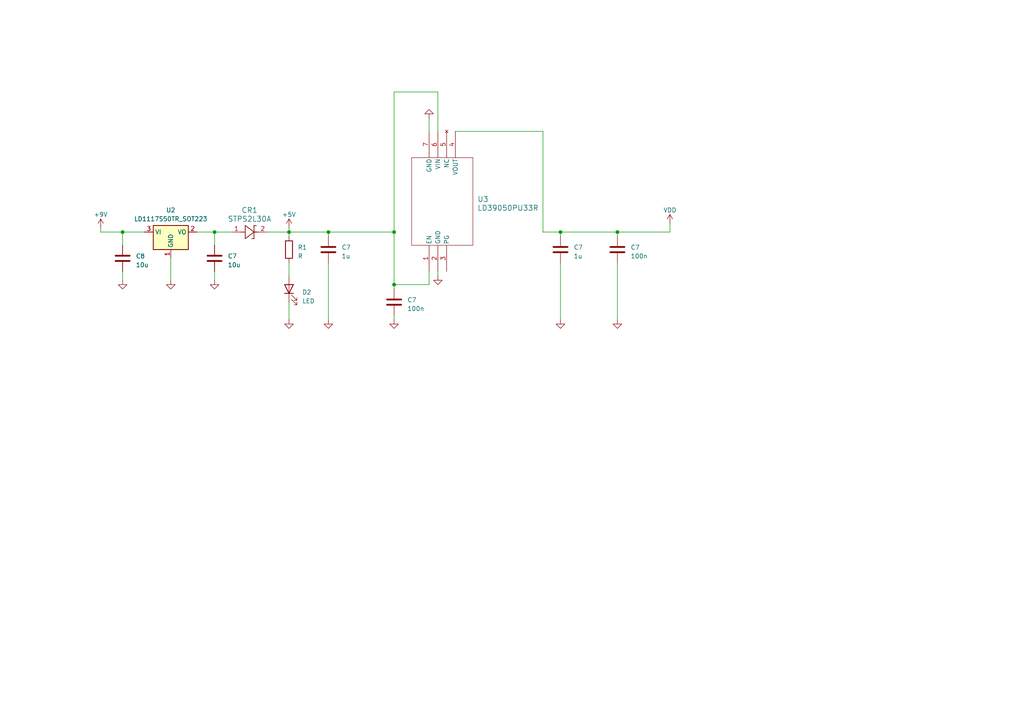
<source format=kicad_sch>
(kicad_sch (version 20230121) (generator eeschema)
  (paper "A4")
  (title_block (title "Power Electronics") (rev "0.0"))
  (lib_symbols
    (symbol "Avionics_Components:LD39050PU33R" (pin_names (offset 0.254))
      (property "Reference" "U" (at 20.32 10.16 0))
      (property "Value" "LD39050PU33R" (at 20.32 7.62 0))
      (symbol "LD39050PU33R_0_1"
        (polyline (pts (xy 7.62 -12.7) (xy 33.02 -12.7)) (stroke (width 0.127)))
        (polyline (pts (xy 7.62 5.08) (xy 7.62 -12.7)) (stroke (width 0.127)))
        (polyline (pts (xy 33.02 -12.7) (xy 33.02 5.08)) (stroke (width 0.127)))
        (polyline (pts (xy 33.02 5.08) (xy 7.62 5.08)) (stroke (width 0.127)))
        (pin input line (at 0 0 0) (length 7.62) (name "EN") (number "1"))
        (pin power_in line (at 0 -2.54 0) (length 7.62) (name "GND") (number "2"))
        (pin power_in line (at 0 -5.08 0) (length 7.62) (name "PG") (number "3"))
        (pin output line (at 40.64 -7.62 180) (length 7.62) (name "VOUT") (number "4"))
        (pin no_connect line (at 40.64 -5.08 180) (length 7.62) (name "NC") (number "5"))
        (pin input line (at 40.64 -2.54 180) (length 7.62) (name "VIN") (number "6"))
        (pin power_in line (at 40.64 0 180) (length 7.62) (name "GND") (number "7"))
      )
    )
    (symbol "Avionics_Components:STPS2L30A" (pin_names (offset 0.254))
      (property "Reference" "CR" (at 5.08 4.445 0))
      (property "Value" "STPS2L30A" (at 5.08 -3.81 0))
      (symbol "STPS2L30A_0_1"
        (polyline (pts (xy 2.54 0) (xy 3.4798 0)) (stroke (width 0.2032)))
        (polyline (pts (xy 3.175 0) (xy 3.81 0)) (stroke (width 0.2032)))
        (polyline (pts (xy 3.7973 -1.905) (xy 3.1623 -1.905)) (stroke (width 0.2032)))
        (polyline (pts (xy 3.7973 0) (xy 6.3373 -1.905)) (stroke (width 0.2032)))
        (polyline (pts (xy 3.7973 1.905) (xy 3.7973 -1.905)) (stroke (width 0.2032)))
        (polyline (pts (xy 3.7973 1.905) (xy 4.4323 1.905)) (stroke (width 0.2032)))
        (polyline (pts (xy 6.3373 -1.905) (xy 6.3373 1.905)) (stroke (width 0.2032)))
        (polyline (pts (xy 6.3373 1.905) (xy 3.7973 0)) (stroke (width 0.2032)))
        (polyline (pts (xy 6.35 0) (xy 7.62 0)) (stroke (width 0.2032)))
        (pin unspecified line (at 10.16 0 180) (length 2.54) (name "") (number "1"))
        (pin unspecified line (at 0 0 0) (length 2.54) (name "") (number "2"))
      )
    )
    (symbol "Device:C" (pin_numbers hide) (pin_names (offset 0.254))
      (property "Reference" "C" (at 0.635 2.54 0))
      (property "Value" "C" (at 0.635 -2.54 0))
      (symbol "C_0_1"
        (polyline (pts (xy -2.032 -0.762) (xy 2.032 -0.762)) (stroke (width 0.508)))
        (polyline (pts (xy -2.032 0.762) (xy 2.032 0.762)) (stroke (width 0.508)))
      )
      (symbol "C_1_1"
        (pin passive line (at 0 3.81 270) (length 2.794) (name "~") (number "1"))
        (pin passive line (at 0 -3.81 90) (length 2.794) (name "~") (number "2"))
      )
    )
    (symbol "Device:LED" (pin_numbers hide) (pin_names (offset 1.016) hide)
      (property "Reference" "D" (at 0 2.54 0))
      (property "Value" "LED" (at 0 -2.54 0))
      (symbol "LED_0_1"
        (polyline (pts (xy -1.27 -1.27) (xy -1.27 1.27)) (stroke (width 0.254)))
        (polyline (pts (xy -1.27 0) (xy 1.27 0)))
        (polyline (pts (xy 1.27 -1.27) (xy 1.27 1.27) (xy -1.27 0) (xy 1.27 -1.27)) (stroke (width 0.254)))
        (polyline (pts (xy -3.048 -0.762) (xy -4.572 -2.286) (xy -3.81 -2.286) (xy -4.572 -2.286) (xy -4.572 -1.524)))
        (polyline (pts (xy -1.778 -0.762) (xy -3.302 -2.286) (xy -2.54 -2.286) (xy -3.302 -2.286) (xy -3.302 -1.524)))
      )
      (symbol "LED_1_1"
        (pin passive line (at -3.81 0 0) (length 2.54) (name "K") (number "1"))
        (pin passive line (at 3.81 0 180) (length 2.54) (name "A") (number "2"))
      )
    )
    (symbol "Device:R" (pin_numbers hide) (pin_names (offset 0))
      (property "Reference" "R" (at 2.032 0 90))
      (property "Value" "R" (at 0 0 90))
      (symbol "R_0_1"
        (rectangle (start -1.016 -2.54) (end 1.016 2.54) (stroke (width 0.254)))
      )
      (symbol "R_1_1"
        (pin passive line (at 0 3.81 270) (length 1.27) (name "~") (number "1"))
        (pin passive line (at 0 -3.81 90) (length 1.27) (name "~") (number "2"))
      )
    )
    (symbol "Regulator_Linear:LD1117S50TR_SOT223"
      (property "Reference" "U" (at -3.81 3.175 0))
      (property "Value" "LD1117S50TR_SOT223" (at 0 3.175 0))
      (symbol "LD1117S50TR_SOT223_0_1"
        (rectangle (start -5.08 -5.08) (end 5.08 1.905) (stroke (width 0.254)) (fill (type background)))
      )
      (symbol "LD1117S50TR_SOT223_1_1"
        (pin power_in line (at 0 -7.62 90) (length 2.54) (name "GND") (number "1"))
        (pin power_out line (at 7.62 0 180) (length 2.54) (name "VO") (number "2"))
        (pin power_in line (at -7.62 0 0) (length 2.54) (name "VI") (number "3"))
      )
    )
    (symbol "power:+5V" (power) (pin_names (offset 0))
      (property "Value" "+5V" (at 0 3.556 0))
      (symbol "+5V_0_1"
        (polyline (pts (xy -0.762 1.27) (xy 0 2.54)))
        (polyline (pts (xy 0 0) (xy 0 2.54)))
        (polyline (pts (xy 0 2.54) (xy 0.762 1.27)))
      )
      (symbol "+5V_1_1"
        (pin power_in line (at 0 0 90) (length 0) hide (name "+5V") (number "1"))
      )
    )
    (symbol "power:+9V" (power) (pin_names (offset 0))
      (property "Value" "+9V" (at 0 3.556 0))
      (symbol "+9V_0_1"
        (polyline (pts (xy -0.762 1.27) (xy 0 2.54)))
        (polyline (pts (xy 0 0) (xy 0 2.54)))
        (polyline (pts (xy 0 2.54) (xy 0.762 1.27)))
      )
      (symbol "+9V_1_1"
        (pin power_in line (at 0 0 90) (length 0) hide (name "+9V") (number "1"))
      )
    )
    (symbol "power:GND" (power) (pin_names (offset 0))
      (property "Value" "GND" (at 0 -3.81 0))
      (symbol "GND_0_1"
        (polyline (pts (xy 0 0) (xy 0 -1.27) (xy 1.27 -1.27) (xy 0 -2.54) (xy -1.27 -1.27) (xy 0 -1.27)))
      )
      (symbol "GND_1_1"
        (pin power_in line (at 0 0 270) (length 0) hide (name "GND") (number "1"))
      )
    )
    (symbol "power:VDD" (power) (pin_names (offset 0))
      (property "Value" "VDD" (at 0 3.81 0))
      (symbol "VDD_0_1"
        (polyline (pts (xy -0.762 1.27) (xy 0 2.54)))
        (polyline (pts (xy 0 0) (xy 0 2.54)))
        (polyline (pts (xy 0 2.54) (xy 0.762 1.27)))
      )
      (symbol "VDD_1_1"
        (pin power_in line (at 0 0 90) (length 0) hide (name "VDD") (number "1"))
      )
    )
  )
  (junction (at 114.3 67.31))
  (junction (at 114.3 82.55))
  (junction (at 95.25 67.31))
  (junction (at 62.23 67.31))
  (junction (at 83.82 67.31))
  (junction (at 162.56 67.31))
  (junction (at 179.07 67.31))
  (junction (at 35.56 67.31))
  (wire (pts (xy 127 80.01) (xy 127 78.74)))
  (wire (pts (xy 62.23 78.74) (xy 62.23 81.28)))
  (wire (pts (xy 35.56 71.12) (xy 35.56 67.31)))
  (wire (pts (xy 83.82 76.2) (xy 83.82 80.01)))
  (wire (pts (xy 35.56 67.31) (xy 41.91 67.31)))
  (wire (pts (xy 114.3 91.44) (xy 114.3 92.71)))
  (wire (pts (xy 157.48 67.31) (xy 162.56 67.31)))
  (wire (pts (xy 179.07 67.31) (xy 162.56 67.31)))
  (wire (pts (xy 124.46 82.55) (xy 124.46 78.74)))
  (wire (pts (xy 57.15 67.31) (xy 62.23 67.31)))
  (wire (pts (xy 62.23 67.31) (xy 67.31 67.31)))
  (wire (pts (xy 179.07 68.58) (xy 179.07 67.31)))
  (wire (pts (xy 124.46 34.29) (xy 124.46 38.1)))
  (wire (pts (xy 114.3 26.67) (xy 114.3 67.31)))
  (wire (pts (xy 132.08 38.1) (xy 157.48 38.1)))
  (wire (pts (xy 95.25 68.58) (xy 95.25 67.31)))
  (wire (pts (xy 194.31 64.77) (xy 194.31 67.31)))
  (wire (pts (xy 95.25 67.31) (xy 114.3 67.31)))
  (wire (pts (xy 95.25 67.31) (xy 83.82 67.31)))
  (wire (pts (xy 77.47 67.31) (xy 83.82 67.31)))
  (wire (pts (xy 49.53 74.93) (xy 49.53 81.28)))
  (wire (pts (xy 194.31 67.31) (xy 179.07 67.31)))
  (wire (pts (xy 127 38.1) (xy 127 26.67)))
  (wire (pts (xy 29.21 67.31) (xy 29.21 66.04)))
  (wire (pts (xy 83.82 68.58) (xy 83.82 67.31)))
  (wire (pts (xy 35.56 67.31) (xy 29.21 67.31)))
  (wire (pts (xy 162.56 67.31) (xy 162.56 68.58)))
  (wire (pts (xy 114.3 67.31) (xy 114.3 82.55)))
  (wire (pts (xy 179.07 76.2) (xy 179.07 92.71)))
  (wire (pts (xy 114.3 82.55) (xy 114.3 83.82)))
  (wire (pts (xy 62.23 67.31) (xy 62.23 71.12)))
  (wire (pts (xy 114.3 82.55) (xy 124.46 82.55)))
  (wire (pts (xy 35.56 78.74) (xy 35.56 81.28)))
  (wire (pts (xy 83.82 66.04) (xy 83.82 67.31)))
  (wire (pts (xy 83.82 87.63) (xy 83.82 92.71)))
  (wire (pts (xy 127 26.67) (xy 114.3 26.67)))
  (wire (pts (xy 162.56 76.2) (xy 162.56 92.71)))
  (wire (pts (xy 157.48 38.1) (xy 157.48 67.31)))
  (wire (pts (xy 95.25 76.2) (xy 95.25 92.71)))
  (symbol (lib_id "Device:C") (at 162.56 72.39 0) (unit 1)
    (property "Reference" "C7" (at 166.37 71.755 0) (effects (justify left)))
    (property "Value" "1u" (at 166.37 74.295 0) (effects (justify left)))
    (instances (project "Custom_Board_F303_Rev0.0" (path "" (reference "C7") (unit 1)) (path "" (reference "C11") (unit 1))))
  )
  (symbol (lib_id "Avionics_Components:STPS2L30A") (at 77.47 67.31 180) (unit 1)
    (property "Reference" "CR1" (at 72.39 60.96 0) (effects (font (size 1.524 1.524))))
    (property "Value" "STPS2L30A" (at 72.39 63.5 0) (effects (font (size 1.524 1.524))))
    (property "Footprint" "SMA_STM" (effects hide))
    (property "Datasheet" "STPS2L30A" (effects hide))
  )
  (symbol (lib_id "Device:C") (at 35.56 74.93 0) (unit 1)
    (property "Reference" "C8" (at 39.37 74.295 0) (effects (justify left)))
    (property "Value" "10u" (at 39.37 76.835 0) (effects (justify left)))
    (instances (project "Custom_Board_F303_Rev0.0" (path "" (reference "C8") (unit 1)) (path "" (reference "C7") (unit 1))))
  )
  (symbol (lib_id "power:GND") (at 49.53 81.28 0) (unit 1)
    (property "Reference" "#PWR015" (effects hide))
    (property "Value" "GND" (effects hide))
  )
  (symbol (lib_id "power:VDD") (at 194.31 64.77 0) (unit 1)
    (property "Reference" "#PWR01" (effects hide))
    (property "Value" "VDD" (at 194.31 60.96 0))
    (instances (project "Custom_Board_F303_Rev0.0" (path "" (reference "#PWR01") (unit 1)) (path "" (reference "#PWR025") (unit 1))))
  )
  (symbol (lib_id "Device:LED") (at 83.82 83.82 90) (unit 1)
    (property "Reference" "D2" (at 87.63 84.7725 90) (effects (justify right)))
    (property "Value" "LED" (at 87.63 87.3125 90) (effects (justify right)))
    (instances (project "Custom_Board_F303_Rev0.0" (path "" (reference "D2") (unit 1)) (path "" (reference "D1") (unit 1))))
  )
  (symbol (lib_id "power:GND") (at 35.56 81.28 0) (unit 1)
    (property "Reference" "#PWR014" (effects hide))
    (property "Value" "GND" (effects hide))
  )
  (symbol (lib_id "Device:C") (at 62.23 74.93 0) (unit 1)
    (property "Reference" "C7" (at 66.04 74.295 0) (effects (justify left)))
    (property "Value" "10u" (at 66.04 76.835 0) (effects (justify left)))
    (instances (project "Custom_Board_F303_Rev0.0" (path "" (reference "C7") (unit 1)) (path "" (reference "C8") (unit 1))))
  )
  (symbol (lib_id "Device:R") (at 83.82 72.39 0) (unit 1)
    (property "Reference" "R1" (at 86.36 71.755 0) (effects (justify left)))
    (property "Value" "R" (at 86.36 74.295 0) (effects (justify left)))
  )
  (symbol (lib_id "Regulator_Linear:LD1117S50TR_SOT223") (at 49.53 67.31 0) (unit 1)
    (property "Reference" "U2" (at 49.53 60.96 0))
    (property "Value" "LD1117S50TR_SOT223" (at 49.53 63.5 0))
    (property "Footprint" "Package_TO_SOT_SMD:SOT-223-3_TabPin2" (effects hide))
    (property "Datasheet" "http://www.st.com/st-web-ui/static/active/en/resource/technical/document/datasheet/CD00000544.pdf" (effects hide))
  )
  (symbol (lib_id "Device:C") (at 114.3 87.63 0) (unit 1)
    (property "Reference" "C7" (at 118.11 86.995 0) (effects (justify left)))
    (property "Value" "100n" (at 118.11 89.535 0) (effects (justify left)))
    (instances (project "Custom_Board_F303_Rev0.0" (path "" (reference "C7") (unit 1)) (path "" (reference "C10") (unit 1))))
  )
  (symbol (lib_id "power:GND") (at 95.25 92.71 0) (unit 1)
    (property "Reference" "#PWR017" (effects hide))
    (property "Value" "GND" (effects hide))
    (instances (project "Custom_Board_F303_Rev0.0" (path "" (reference "#PWR017") (unit 1)) (path "" (reference "#PWR019") (unit 1))))
  )
  (symbol (lib_id "power:GND") (at 62.23 81.28 0) (unit 1)
    (property "Reference" "#PWR013" (effects hide))
    (property "Value" "GND" (effects hide))
    (instances (project "Custom_Board_F303_Rev0.0" (path "" (reference "#PWR013") (unit 1)) (path "" (reference "#PWR016") (unit 1))))
  )
  (symbol (lib_id "power:+5V") (at 83.82 66.04 0) (unit 1)
    (property "Reference" "#PWR018" (effects hide))
    (property "Value" "+5V" (at 83.82 62.23 0))
    (instances (project "Custom_Board_F303_Rev0.0" (path "" (reference "#PWR018") (unit 1)) (path "" (reference "#PWR017") (unit 1))))
  )
  (symbol (lib_id "power:GND") (at 114.3 92.71 0) (unit 1)
    (property "Reference" "#PWR017" (effects hide))
    (property "Value" "GND" (effects hide))
    (instances (project "Custom_Board_F303_Rev0.0" (path "" (reference "#PWR017") (unit 1)) (path "" (reference "#PWR022") (unit 1))))
  )
  (symbol (lib_id "power:GND") (at 179.07 92.71 0) (unit 1)
    (property "Reference" "#PWR017" (effects hide))
    (property "Value" "GND" (effects hide))
    (instances (project "Custom_Board_F303_Rev0.0" (path "" (reference "#PWR017") (unit 1)) (path "" (reference "#PWR024") (unit 1))))
  )
  (symbol (lib_id "power:GND") (at 83.82 92.71 0) (unit 1)
    (property "Reference" "#PWR017" (effects hide))
    (property "Value" "GND" (effects hide))
    (instances (project "Custom_Board_F303_Rev0.0" (path "" (reference "#PWR017") (unit 1)) (path "" (reference "#PWR018") (unit 1))))
  )
  (symbol (lib_id "Device:C") (at 95.25 72.39 0) (unit 1)
    (property "Reference" "C7" (at 99.06 71.755 0) (effects (justify left)))
    (property "Value" "1u" (at 99.06 74.295 0) (effects (justify left)))
    (instances (project "Custom_Board_F303_Rev0.0" (path "" (reference "C7") (unit 1)) (path "" (reference "C9") (unit 1))))
  )
  (symbol (lib_id "Device:C") (at 179.07 72.39 0) (unit 1)
    (property "Reference" "C7" (at 182.88 71.755 0) (effects (justify left)))
    (property "Value" "100n" (at 182.88 74.295 0) (effects (justify left)))
    (instances (project "Custom_Board_F303_Rev0.0" (path "" (reference "C7") (unit 1)) (path "" (reference "C12") (unit 1))))
  )
  (symbol (lib_id "power:GND") (at 162.56 92.71 0) (unit 1)
    (property "Reference" "#PWR017" (effects hide))
    (property "Value" "GND" (effects hide))
    (instances (project "Custom_Board_F303_Rev0.0" (path "" (reference "#PWR017") (unit 1)) (path "" (reference "#PWR023") (unit 1))))
  )
  (symbol (lib_id "power:GND") (at 127 80.01 0) (unit 1)
    (property "Reference" "#PWR017" (effects hide))
    (property "Value" "GND" (effects hide))
    (instances (project "Custom_Board_F303_Rev0.0" (path "" (reference "#PWR017") (unit 1)) (path "" (reference "#PWR021") (unit 1))))
  )
  (symbol (lib_id "power:+9V") (at 29.21 66.04 0) (unit 1)
    (property "Reference" "#PWR016" (effects hide))
    (property "Value" "+9V" (at 29.21 62.23 0))
    (instances (project "Custom_Board_F303_Rev0.0" (path "" (reference "#PWR016") (unit 1)) (path "" (reference "#PWR013") (unit 1))))
  )
  (symbol (lib_id "Avionics_Components:LD39050PU33R") (at 124.46 78.74 90) (unit 1)
    (property "Reference" "U3" (at 138.43 57.785 90) (effects (font (size 1.524 1.524)) (justify right)))
    (property "Value" "LD39050PU33R" (at 138.43 60.325 90) (effects (font (size 1.524 1.524)) (justify right)))
    (property "Footprint" "DFN6_3X3_STM" (effects hide))
    (property "Datasheet" "LD39050PU33R" (effects hide))
  )
  (symbol (lib_id "power:GND") (at 124.46 34.29 180) (unit 1)
    (property "Reference" "#PWR017" (effects hide))
    (property "Value" "GND" (effects hide))
    (instances (project "Custom_Board_F303_Rev0.0" (path "" (reference "#PWR017") (unit 1)) (path "" (reference "#PWR020") (unit 1))))
  )
)
</source>
